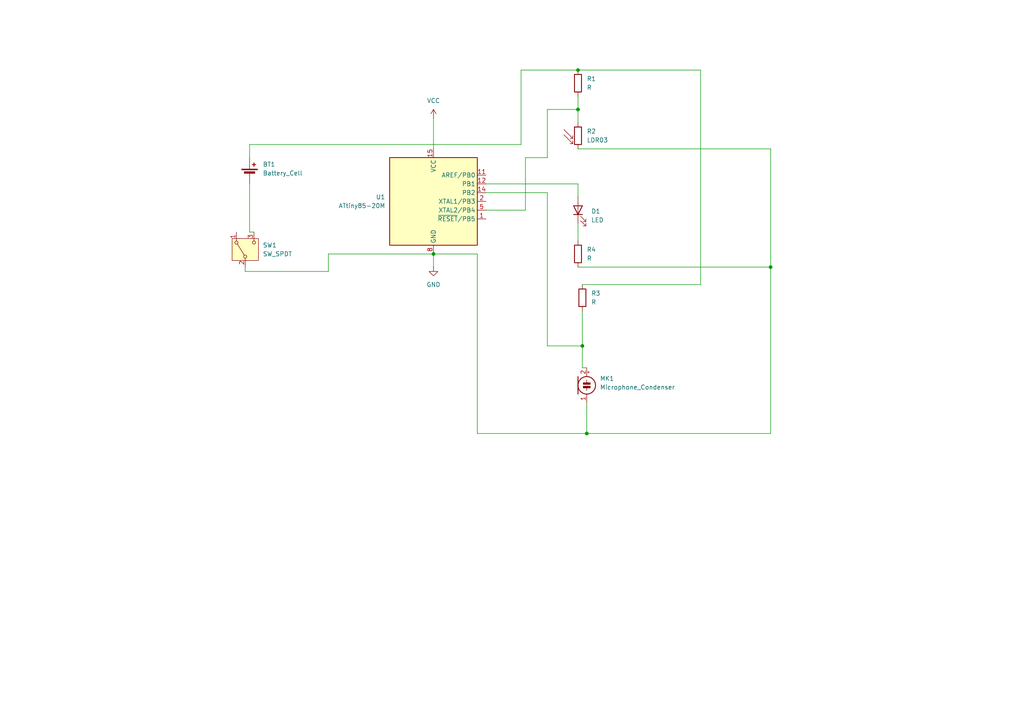
<source format=kicad_sch>
(kicad_sch (version 20250114) (generator "eeschema") (generator_version "9.0")
  (paper "A4")
  (title_block (title "LDR+MIC"))
  (lib_symbols
    (symbol "Device:Battery_Cell" (pin_numbers (hide yes)) (pin_names (offset 0) (hide yes))
      (property "Reference" "BT" (at 2.54 2.54 0))
      (property "Value" "Battery_Cell" (at 2.54 0 0))
      (symbol "Battery_Cell_0_1"
        (rectangle (start -2.286 1.778) (end 2.286 1.524) (fill (type outline)))
        (rectangle (start -1.524 1.016) (end 1.524 0.508) (fill (type outline)))
        (polyline (pts (xy 0 1.778) (xy 0 2.54)))
        (polyline (pts (xy 0 0.762) (xy 0 0)))
        (polyline (pts (xy 0.762 3.048) (xy 1.778 3.048)) (stroke (width 0.254)))
        (polyline (pts (xy 1.27 3.556) (xy 1.27 2.54)) (stroke (width 0.254)))
      )
      (symbol "Battery_Cell_1_1"
        (pin passive line (at 0 5.08 270) (length 2.54) (name "+") (number "1"))
        (pin passive line (at 0 -2.54 90) (length 2.54) (name "-") (number "2"))
      )
    )
    (symbol "Device:LED" (pin_numbers (hide yes)) (pin_names (offset 1.016) (hide yes))
      (property "Reference" "D" (at 0 2.54 0))
      (property "Value" "LED" (at 0 -2.54 0))
      (symbol "LED_0_1"
        (polyline (pts (xy -3.048 -0.762) (xy -4.572 -2.286) (xy -3.81 -2.286) (xy -4.572 -2.286) (xy -4.572 -1.524)))
        (polyline (pts (xy -1.778 -0.762) (xy -3.302 -2.286) (xy -2.54 -2.286) (xy -3.302 -2.286) (xy -3.302 -1.524)))
        (polyline (pts (xy -1.27 0) (xy 1.27 0)))
        (polyline (pts (xy -1.27 -1.27) (xy -1.27 1.27)) (stroke (width 0.254)))
        (polyline (pts (xy 1.27 -1.27) (xy 1.27 1.27) (xy -1.27 0) (xy 1.27 -1.27)) (stroke (width 0.254)))
      )
      (symbol "LED_1_1"
        (pin passive line (at -3.81 0 0) (length 2.54) (name "K") (number "1"))
        (pin passive line (at 3.81 0 180) (length 2.54) (name "A") (number "2"))
      )
    )
    (symbol "Device:Microphone_Condenser" (pin_names (offset 0.0254) (hide yes))
      (property "Reference" "MK" (at -3.302 1.27 0))
      (property "Value" "Microphone_Condenser" (at -3.302 -0.635 0))
      (symbol "Microphone_Condenser_0_1"
        (polyline (pts (xy -2.54 2.54) (xy -2.54 -2.54)) (stroke (width 0.254)))
        (polyline (pts (xy 0 0.762) (xy 0 1.524)))
        (circle (center 0 0) (radius 2.54) (stroke (width 0.254)))
        (polyline (pts (xy 0 -0.762) (xy 0 -1.524)))
        (polyline (pts (xy 0.254 3.81) (xy 0.762 3.81)))
        (polyline (pts (xy 0.508 4.064) (xy 0.508 3.556)))
        (rectangle (start 1.016 0.762) (end -1.016 0.254) (fill (type outline)))
        (rectangle (start 1.016 -0.254) (end -1.016 -0.762) (fill (type outline)))
      )
      (symbol "Microphone_Condenser_1_1"
        (pin passive line (at 0 5.08 270) (length 2.54) (name "+") (number "2"))
        (pin passive line (at 0 -5.08 90) (length 2.54) (name "-") (number "1"))
      )
    )
    (symbol "Device:R" (pin_numbers (hide yes)) (pin_names (offset 0))
      (property "Reference" "R" (at 2.032 0 90))
      (property "Value" "R" (at 0 0 90))
      (symbol "R_0_1"
        (rectangle (start -1.016 -2.54) (end 1.016 2.54) (stroke (width 0.254)))
      )
      (symbol "R_1_1"
        (pin passive line (at 0 3.81 270) (length 1.27) (name "~") (number "1"))
        (pin passive line (at 0 -3.81 90) (length 1.27) (name "~") (number "2"))
      )
    )
    (symbol "MCU_Microchip_ATtiny:ATtiny85-20M"
      (property "Reference" "U" (at -12.7 13.97 0))
      (property "Value" "ATtiny85-20M" (at 2.54 -13.97 0))
      (symbol "ATtiny85-20M_0_1"
        (rectangle (start -12.7 -12.7) (end 12.7 12.7) (stroke (width 0.254)) (fill (type background)))
      )
      (symbol "ATtiny85-20M_1_1"
        (pin no_connect line (at -12.7 10.16 0) (length 2.54) (hide yes) (name "NC") (number "3"))
        (pin no_connect line (at -12.7 7.62 0) (length 2.54) (hide yes) (name "NC") (number "4"))
        (pin no_connect line (at -12.7 5.08 0) (length 2.54) (hide yes) (name "NC") (number "6"))
        (pin no_connect line (at -12.7 2.54 0) (length 2.54) (hide yes) (name "NC") (number "7"))
        (pin no_connect line (at -12.7 0 0) (length 2.54) (hide yes) (name "NC") (number "9"))
        (pin no_connect line (at -12.7 -2.54 0) (length 2.54) (hide yes) (name "NC") (number "10"))
        (pin no_connect line (at -12.7 -5.08 0) (length 2.54) (hide yes) (name "NC") (number "13"))
        (pin no_connect line (at -12.7 -7.62 0) (length 2.54) (hide yes) (name "NC") (number "16"))
        (pin no_connect line (at -12.7 -10.16 0) (length 2.54) (hide yes) (name "NC") (number "17"))
        (pin no_connect line (at -7.62 -12.7 90) (length 2.54) (hide yes) (name "NC") (number "18"))
        (pin no_connect line (at -5.08 -12.7 90) (length 2.54) (hide yes) (name "NC") (number "19"))
        (pin no_connect line (at -2.54 -12.7 90) (length 2.54) (hide yes) (name "NC") (number "20"))
        (pin power_in line (at 0 15.24 270) (length 2.54) (name "VCC") (number "15"))
        (pin passive line (at 0 -15.24 90) (length 2.54) (hide yes) (name "GND") (number "21"))
        (pin power_in line (at 0 -15.24 90) (length 2.54) (name "GND") (number "8"))
        (pin bidirectional line (at 15.24 7.62 180) (length 2.54) (name "AREF/PB0") (number "11"))
        (pin bidirectional line (at 15.24 5.08 180) (length 2.54) (name "PB1") (number "12"))
        (pin bidirectional line (at 15.24 2.54 180) (length 2.54) (name "PB2") (number "14"))
        (pin bidirectional line (at 15.24 0 180) (length 2.54) (name "XTAL1/PB3") (number "2"))
        (pin bidirectional line (at 15.24 -2.54 180) (length 2.54) (name "XTAL2/PB4") (number "5"))
        (pin bidirectional line (at 15.24 -5.08 180) (length 2.54) (name "~{RESET}/PB5") (number "1"))
      )
    )
    (symbol "Sensor_Optical:LDR03" (pin_numbers (hide yes)) (pin_names (offset 0))
      (property "Reference" "R" (at -5.08 0 90))
      (property "Value" "LDR03" (at 1.905 0 90))
      (symbol "LDR03_0_1"
        (polyline (pts (xy -1.524 -0.762) (xy -4.064 1.778)))
        (polyline (pts (xy -1.524 -0.762) (xy -2.286 -0.762)))
        (polyline (pts (xy -1.524 -0.762) (xy -1.524 0)))
        (polyline (pts (xy -1.524 -2.286) (xy -4.064 0.254)))
        (polyline (pts (xy -1.524 -2.286) (xy -2.286 -2.286)))
        (polyline (pts (xy -1.524 -2.286) (xy -1.524 -1.524)))
        (rectangle (start -1.016 2.54) (end 1.016 -2.54) (stroke (width 0.254)))
      )
      (symbol "LDR03_1_1"
        (pin passive line (at 0 3.81 270) (length 1.27) (name "~") (number "1"))
        (pin passive line (at 0 -3.81 90) (length 1.27) (name "~") (number "2"))
      )
    )
    (symbol "Switch:SW_SPDT" (pin_names (offset 0) (hide yes))
      (property "Reference" "SW" (at 0 5.08 0))
      (property "Value" "SW_SPDT" (at 0 -5.08 0))
      (symbol "SW_SPDT_0_1"
        (circle (center -2.032 0) (radius 0.4572))
        (polyline (pts (xy -1.651 0.254) (xy 1.651 2.286)))
        (circle (center 2.032 2.54) (radius 0.4572))
        (circle (center 2.032 -2.54) (radius 0.4572))
      )
      (symbol "SW_SPDT_1_1"
        (rectangle (start -3.175 3.81) (end 3.175 -3.81) (fill (type background)))
        (pin passive line (at -5.08 0 0) (length 2.54) (name "B") (number "2"))
        (pin passive line (at 5.08 2.54 180) (length 2.54) (name "A") (number "1"))
        (pin passive line (at 5.08 -2.54 180) (length 2.54) (name "C") (number "3"))
      )
    )
    (symbol "power:GND" (power) (pin_numbers (hide yes)) (pin_names (offset 0) (hide yes))
      (property "Value" "GND" (at 0 -3.81 0))
      (symbol "GND_0_1"
        (polyline (pts (xy 0 0) (xy 0 -1.27) (xy 1.27 -1.27) (xy 0 -2.54) (xy -1.27 -1.27) (xy 0 -1.27)))
      )
      (symbol "GND_1_1"
        (pin power_in line (at 0 0 270) (length 0) (name "~") (number "1"))
      )
    )
    (symbol "power:VCC" (power) (pin_numbers (hide yes)) (pin_names (offset 0) (hide yes))
      (property "Value" "VCC" (at 0 3.556 0))
      (symbol "VCC_0_1"
        (polyline (pts (xy -0.762 1.27) (xy 0 2.54)))
        (polyline (pts (xy 0 2.54) (xy 0.762 1.27)))
        (polyline (pts (xy 0 0) (xy 0 2.54)))
      )
      (symbol "VCC_1_1"
        (pin power_in line (at 0 0 90) (length 0) (name "~") (number "1"))
      )
    )
  )
  (junction (at 168.91 100.33))
  (junction (at 125.73 73.66))
  (junction (at 170.18 125.73))
  (junction (at 167.64 20.32))
  (junction (at 167.64 31.75))
  (junction (at 223.52 77.47))
  (wire (pts (xy 167.64 31.75) (xy 167.64 35.56)))
  (wire (pts (xy 168.91 100.33) (xy 168.91 106.68)))
  (wire (pts (xy 223.52 77.47) (xy 223.52 125.73)))
  (wire (pts (xy 223.52 125.73) (xy 170.18 125.73)))
  (wire (pts (xy 71.12 78.74) (xy 71.12 77.47)))
  (wire (pts (xy 203.2 20.32) (xy 203.2 82.55)))
  (wire (pts (xy 167.64 27.94) (xy 167.64 31.75)))
  (wire (pts (xy 72.39 45.72) (xy 72.39 41.91)))
  (wire (pts (xy 167.64 43.18) (xy 223.52 43.18)))
  (wire (pts (xy 158.75 31.75) (xy 167.64 31.75)))
  (wire (pts (xy 72.39 67.31) (xy 73.66 67.31)))
  (wire (pts (xy 167.64 53.34) (xy 167.64 57.15)))
  (wire (pts (xy 158.75 45.72) (xy 158.75 31.75)))
  (wire (pts (xy 151.13 41.91) (xy 151.13 20.32)))
  (wire (pts (xy 138.43 125.73) (xy 138.43 73.66)))
  (wire (pts (xy 95.25 78.74) (xy 71.12 78.74)))
  (wire (pts (xy 170.18 116.84) (xy 170.18 125.73)))
  (wire (pts (xy 95.25 73.66) (xy 95.25 78.74)))
  (wire (pts (xy 140.97 55.88) (xy 158.75 55.88)))
  (wire (pts (xy 138.43 73.66) (xy 125.73 73.66)))
  (wire (pts (xy 223.52 43.18) (xy 223.52 77.47)))
  (wire (pts (xy 72.39 53.34) (xy 72.39 67.31)))
  (wire (pts (xy 203.2 82.55) (xy 168.91 82.55)))
  (wire (pts (xy 152.4 45.72) (xy 158.75 45.72)))
  (wire (pts (xy 158.75 55.88) (xy 158.75 100.33)))
  (wire (pts (xy 151.13 20.32) (xy 167.64 20.32)))
  (wire (pts (xy 125.73 34.29) (xy 125.73 43.18)))
  (wire (pts (xy 168.91 90.17) (xy 168.91 100.33)))
  (wire (pts (xy 167.64 64.77) (xy 167.64 69.85)))
  (wire (pts (xy 125.73 73.66) (xy 95.25 73.66)))
  (wire (pts (xy 72.39 41.91) (xy 151.13 41.91)))
  (wire (pts (xy 125.73 73.66) (xy 125.73 77.47)))
  (wire (pts (xy 168.91 106.68) (xy 170.18 106.68)))
  (wire (pts (xy 140.97 60.96) (xy 152.4 60.96)))
  (wire (pts (xy 167.64 77.47) (xy 223.52 77.47)))
  (wire (pts (xy 167.64 20.32) (xy 203.2 20.32)))
  (wire (pts (xy 152.4 60.96) (xy 152.4 45.72)))
  (wire (pts (xy 158.75 100.33) (xy 168.91 100.33)))
  (wire (pts (xy 170.18 125.73) (xy 138.43 125.73)))
  (wire (pts (xy 140.97 53.34) (xy 167.64 53.34)))
  (symbol (lib_id "MCU_Microchip_ATtiny:ATtiny85-20M") (at 125.73 58.42 0) (unit 1)
    (property "Reference" "U1" (at 111.76 57.1499 0) (effects (justify right)))
    (property "Value" "ATtiny85-20M" (at 111.76 59.6899 0) (effects (justify right)))
    (property "Footprint" "Package_DFN_QFN:QFN-20-1EP_4x4mm_P0.5mm_EP2.6x2.6mm" (effects (hide yes)))
    (property "Datasheet" "http://ww1.microchip.com/downloads/en/DeviceDoc/atmel-2586-avr-8-bit-microcontroller-attiny25-attiny45-attiny85_datasheet.pdf" (effects (hide yes)))
    (property "Description" "20MHz, 8kB Flash, 512B SRAM, 512B EEPROM, debugWIRE, QFN-20" (effects (hide yes)))
  )
  (symbol (lib_id "Sensor_Optical:LDR03") (at 167.64 39.37 0) (unit 1)
    (property "Reference" "R2" (at 170.18 38.0999 0) (effects (justify left)))
    (property "Value" "LDR03" (at 170.18 40.6399 0) (effects (justify left)))
    (property "Footprint" "OptoDevice:R_LDR_10x8.5mm_P7.6mm_Vertical" (effects (hide yes)))
    (property "Datasheet" "http://www.elektronica-componenten.nl/WebRoot/StoreNL/Shops/61422969/54F1/BA0C/C664/31B9/2173/C0A8/2AB9/2AEF/LDR03IMP.pdf" (effects (hide yes)))
    (property "Description" "light dependent resistor" (effects (hide yes)))
  )
  (symbol (lib_id "Device:R") (at 168.91 86.36 0) (unit 1)
    (property "Reference" "R3" (at 171.45 85.0899 0) (effects (justify left)))
    (property "Value" "R" (at 171.45 87.6299 0) (effects (justify left)))
    (property "Description" "Resistor" (effects (hide yes)))
  )
  (symbol (lib_id "Device:LED") (at 167.64 60.96 90) (unit 1)
    (property "Reference" "D1" (at 171.45 61.2774 90) (effects (justify right)))
    (property "Value" "LED" (at 171.45 63.8174 90) (effects (justify right)))
    (property "Description" "Light emitting diode" (effects (hide yes)))
    (property "Sim.Pins" "1=K 2=A" (effects (hide yes)))
  )
  (symbol (lib_id "Device:Microphone_Condenser") (at 170.18 111.76 0) (unit 1)
    (property "Reference" "MK1" (at 173.99 109.7914 0) (effects (justify left)))
    (property "Value" "Microphone_Condenser" (at 173.99 112.3314 0) (effects (justify left)))
    (property "Description" "Condenser microphone" (effects (hide yes)))
  )
  (symbol (lib_id "Device:R") (at 167.64 24.13 0) (unit 1)
    (property "Reference" "R1" (at 170.18 22.8599 0) (effects (justify left)))
    (property "Value" "R" (at 170.18 25.3999 0) (effects (justify left)))
    (property "Description" "Resistor" (effects (hide yes)))
  )
  (symbol (lib_id "Switch:SW_SPDT") (at 71.12 72.39 90) (unit 1)
    (property "Reference" "SW1" (at 76.2 71.1199 90) (effects (justify right)))
    (property "Value" "SW_SPDT" (at 76.2 73.6599 90) (effects (justify right)))
    (property "Description" "Switch, single pole double throw" (effects (hide yes)))
  )
  (symbol (lib_id "Device:R") (at 167.64 73.66 0) (unit 1)
    (property "Reference" "R4" (at 170.18 72.3899 0) (effects (justify left)))
    (property "Value" "R" (at 170.18 74.9299 0) (effects (justify left)))
    (property "Description" "Resistor" (effects (hide yes)))
  )
  (symbol (lib_id "Device:Battery_Cell") (at 72.39 50.8 0) (unit 1)
    (property "Reference" "BT1" (at 76.2 47.6884 0) (effects (justify left)))
    (property "Value" "Battery_Cell" (at 76.2 50.2284 0) (effects (justify left)))
    (property "Description" "Single-cell battery" (effects (hide yes)))
  )
  (symbol (lib_id "power:GND") (at 125.73 77.47 0) (unit 1)
    (property "Reference" "#PWR02" (effects (hide yes)))
    (property "Value" "GND" (at 125.73 82.55 0))
    (property "Description" "Power symbol creates a global label with name \"GND\" , ground" (effects (hide yes)))
  )
  (symbol (lib_id "power:VCC") (at 125.73 34.29 0) (unit 1)
    (property "Reference" "#PWR01" (effects (hide yes)))
    (property "Value" "VCC" (at 125.73 29.21 0))
    (property "Description" "Power symbol creates a global label with name \"VCC\"" (effects (hide yes)))
  )
)
</source>
